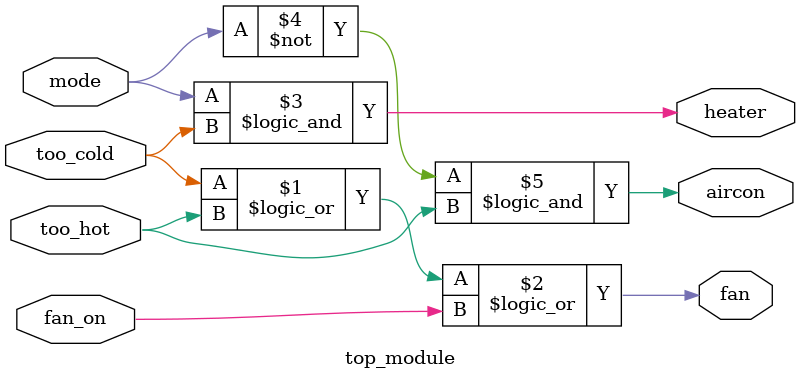
<source format=sv>
module top_module(
  input mode,
  input too_cold,
  input too_hot,
  input fan_on,
  output heater,
  output aircon,
  output fan
);

  wire fan;
  
  assign fan = (too_cold || too_hot || fan_on);
  assign heater = (mode && too_cold);
  assign aircon = (mode == 0 && too_hot);
  
endmodule

</source>
